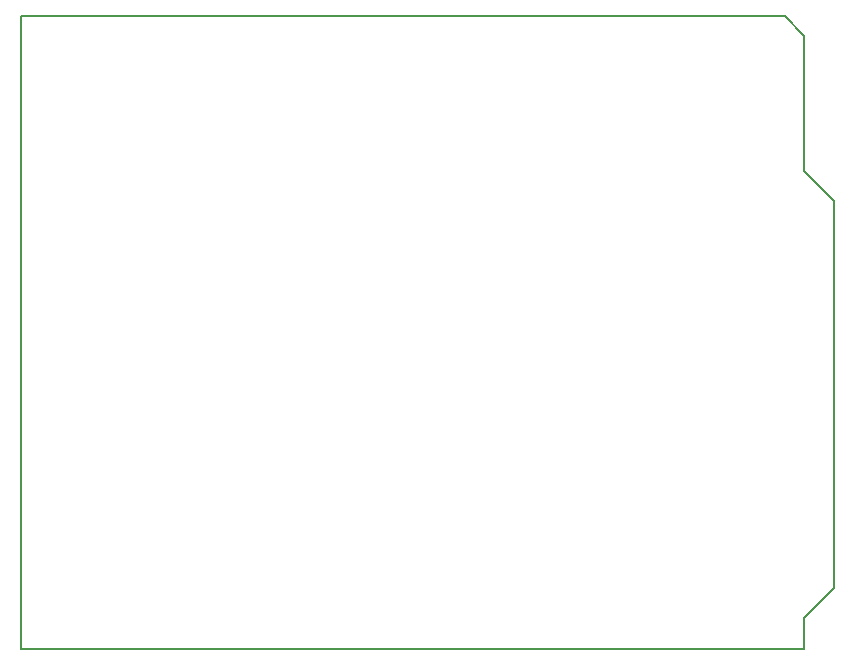
<source format=gbr>
G04 #@! TF.GenerationSoftware,KiCad,Pcbnew,5.0.2+dfsg1-1*
G04 #@! TF.CreationDate,2019-09-07T17:28:14+02:00*
G04 #@! TF.ProjectId,carte-alim,63617274-652d-4616-9c69-6d2e6b696361,rev?*
G04 #@! TF.SameCoordinates,PXb647d18PY5d9f878*
G04 #@! TF.FileFunction,Profile,NP*
%FSLAX46Y46*%
G04 Gerber Fmt 4.6, Leading zero omitted, Abs format (unit mm)*
G04 Created by KiCad (PCBNEW 5.0.2+dfsg1-1) date sam. 07 sept. 2019 17:28:14 CEST*
%MOMM*%
%LPD*%
G01*
G04 APERTURE LIST*
%ADD10C,0.150000*%
G04 APERTURE END LIST*
D10*
X-4445000Y-1143000D02*
X-4445000Y49276000D01*
X-4445000Y-4318000D02*
X-4445000Y-1143000D01*
X61849000Y-4318000D02*
X-4445000Y-4318000D01*
X61849000Y-1651000D02*
X61849000Y-4318000D01*
X64389000Y889000D02*
X61849000Y-1651000D01*
X64389000Y33655000D02*
X64389000Y889000D01*
X61849000Y36195000D02*
X64389000Y33655000D01*
X61849000Y47625000D02*
X61849000Y36195000D01*
X60198000Y49276000D02*
X61849000Y47625000D01*
X-4445000Y49276000D02*
X60198000Y49276000D01*
M02*

</source>
